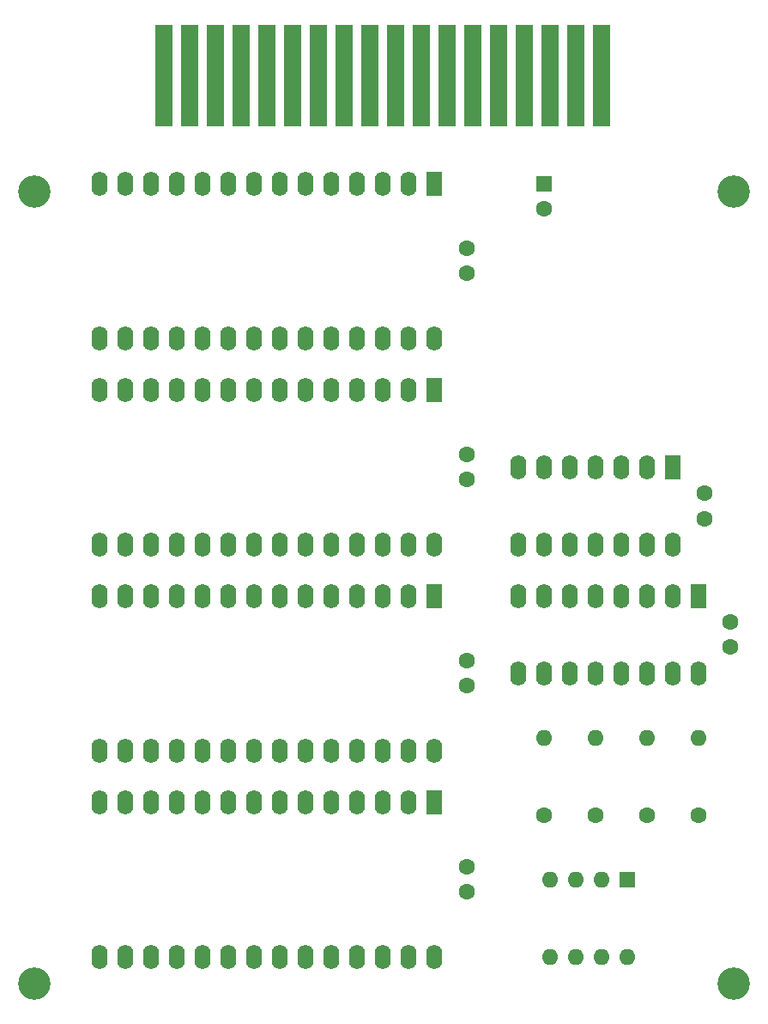
<source format=gts>
G04 #@! TF.GenerationSoftware,KiCad,Pcbnew,(5.1.9)-1*
G04 #@! TF.CreationDate,2025-03-23T14:17:03+09:00*
G04 #@! TF.ProjectId,PYUUTA16k,50595555-5441-4313-966b-2e6b69636164,rev?*
G04 #@! TF.SameCoordinates,PX53920b0PY93c3260*
G04 #@! TF.FileFunction,Soldermask,Top*
G04 #@! TF.FilePolarity,Negative*
%FSLAX46Y46*%
G04 Gerber Fmt 4.6, Leading zero omitted, Abs format (unit mm)*
G04 Created by KiCad (PCBNEW (5.1.9)-1) date 2025-03-23 14:17:03*
%MOMM*%
%LPD*%
G01*
G04 APERTURE LIST*
%ADD10C,3.200000*%
%ADD11C,1.600000*%
%ADD12R,1.780000X10.000000*%
%ADD13O,1.600000X1.600000*%
%ADD14R,1.600000X1.600000*%
%ADD15R,1.600000X2.400000*%
%ADD16O,1.600000X2.400000*%
G04 APERTURE END LIST*
D10*
X5000000Y83000000D03*
X74000000Y83000000D03*
X74000000Y5000000D03*
X5000000Y5000000D03*
D11*
X71120000Y53300000D03*
X71120000Y50800000D03*
X73660000Y40640000D03*
X73660000Y38140000D03*
X47625000Y14010000D03*
X47625000Y16510000D03*
X47625000Y36830000D03*
X47625000Y34330000D03*
X47625000Y57150000D03*
X47625000Y54650000D03*
X47625000Y74970000D03*
X47625000Y77470000D03*
D12*
X17780000Y94500000D03*
X20320000Y94500000D03*
X22860000Y94500000D03*
X25400000Y94500000D03*
X27940000Y94500000D03*
X30480000Y94500000D03*
X33020000Y94500000D03*
X35560000Y94500000D03*
X38100000Y94500000D03*
X40640000Y94500000D03*
X43180000Y94500000D03*
X45720000Y94500000D03*
X48260000Y94500000D03*
X50800000Y94500000D03*
X53340000Y94500000D03*
X55880000Y94500000D03*
X58420000Y94500000D03*
X60960000Y94500000D03*
D11*
X70485000Y21590000D03*
D13*
X70485000Y29210000D03*
X65405000Y29210000D03*
D11*
X65405000Y21590000D03*
X60325000Y21590000D03*
D13*
X60325000Y29210000D03*
X55245000Y29210000D03*
D11*
X55245000Y21590000D03*
D14*
X63500000Y15240000D03*
D13*
X55880000Y7620000D03*
X60960000Y15240000D03*
X58420000Y7620000D03*
X58420000Y15240000D03*
X60960000Y7620000D03*
X55880000Y15240000D03*
X63500000Y7620000D03*
D15*
X44450000Y22860000D03*
D16*
X11430000Y7620000D03*
X41910000Y22860000D03*
X13970000Y7620000D03*
X39370000Y22860000D03*
X16510000Y7620000D03*
X36830000Y22860000D03*
X19050000Y7620000D03*
X34290000Y22860000D03*
X21590000Y7620000D03*
X31750000Y22860000D03*
X24130000Y7620000D03*
X29210000Y22860000D03*
X26670000Y7620000D03*
X26670000Y22860000D03*
X29210000Y7620000D03*
X24130000Y22860000D03*
X31750000Y7620000D03*
X21590000Y22860000D03*
X34290000Y7620000D03*
X19050000Y22860000D03*
X36830000Y7620000D03*
X16510000Y22860000D03*
X39370000Y7620000D03*
X13970000Y22860000D03*
X41910000Y7620000D03*
X11430000Y22860000D03*
X44450000Y7620000D03*
D15*
X44450000Y43180000D03*
D16*
X11430000Y27940000D03*
X41910000Y43180000D03*
X13970000Y27940000D03*
X39370000Y43180000D03*
X16510000Y27940000D03*
X36830000Y43180000D03*
X19050000Y27940000D03*
X34290000Y43180000D03*
X21590000Y27940000D03*
X31750000Y43180000D03*
X24130000Y27940000D03*
X29210000Y43180000D03*
X26670000Y27940000D03*
X26670000Y43180000D03*
X29210000Y27940000D03*
X24130000Y43180000D03*
X31750000Y27940000D03*
X21590000Y43180000D03*
X34290000Y27940000D03*
X19050000Y43180000D03*
X36830000Y27940000D03*
X16510000Y43180000D03*
X39370000Y27940000D03*
X13970000Y43180000D03*
X41910000Y27940000D03*
X11430000Y43180000D03*
X44450000Y27940000D03*
X44450000Y48260000D03*
X11430000Y63500000D03*
X41910000Y48260000D03*
X13970000Y63500000D03*
X39370000Y48260000D03*
X16510000Y63500000D03*
X36830000Y48260000D03*
X19050000Y63500000D03*
X34290000Y48260000D03*
X21590000Y63500000D03*
X31750000Y48260000D03*
X24130000Y63500000D03*
X29210000Y48260000D03*
X26670000Y63500000D03*
X26670000Y48260000D03*
X29210000Y63500000D03*
X24130000Y48260000D03*
X31750000Y63500000D03*
X21590000Y48260000D03*
X34290000Y63500000D03*
X19050000Y48260000D03*
X36830000Y63500000D03*
X16510000Y48260000D03*
X39370000Y63500000D03*
X13970000Y48260000D03*
X41910000Y63500000D03*
X11430000Y48260000D03*
D15*
X44450000Y63500000D03*
D16*
X44450000Y68580000D03*
X11430000Y83820000D03*
X41910000Y68580000D03*
X13970000Y83820000D03*
X39370000Y68580000D03*
X16510000Y83820000D03*
X36830000Y68580000D03*
X19050000Y83820000D03*
X34290000Y68580000D03*
X21590000Y83820000D03*
X31750000Y68580000D03*
X24130000Y83820000D03*
X29210000Y68580000D03*
X26670000Y83820000D03*
X26670000Y68580000D03*
X29210000Y83820000D03*
X24130000Y68580000D03*
X31750000Y83820000D03*
X21590000Y68580000D03*
X34290000Y83820000D03*
X19050000Y68580000D03*
X36830000Y83820000D03*
X16510000Y68580000D03*
X39370000Y83820000D03*
X13970000Y68580000D03*
X41910000Y83820000D03*
X11430000Y68580000D03*
D15*
X44450000Y83820000D03*
X70485000Y43180000D03*
D16*
X52705000Y35560000D03*
X67945000Y43180000D03*
X55245000Y35560000D03*
X65405000Y43180000D03*
X57785000Y35560000D03*
X62865000Y43180000D03*
X60325000Y35560000D03*
X60325000Y43180000D03*
X62865000Y35560000D03*
X57785000Y43180000D03*
X65405000Y35560000D03*
X55245000Y43180000D03*
X67945000Y35560000D03*
X52705000Y43180000D03*
X70485000Y35560000D03*
D15*
X67945000Y55880000D03*
D16*
X52705000Y48260000D03*
X65405000Y55880000D03*
X55245000Y48260000D03*
X62865000Y55880000D03*
X57785000Y48260000D03*
X60325000Y55880000D03*
X60325000Y48260000D03*
X57785000Y55880000D03*
X62865000Y48260000D03*
X55245000Y55880000D03*
X65405000Y48260000D03*
X52705000Y55880000D03*
X67945000Y48260000D03*
D14*
X55245000Y83820000D03*
D11*
X55245000Y81320000D03*
M02*

</source>
